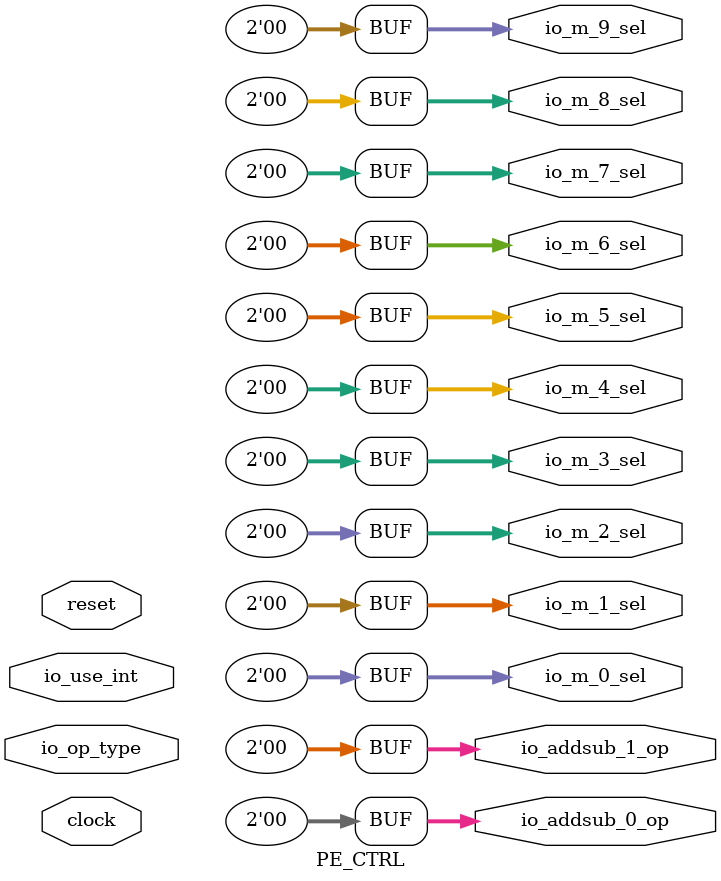
<source format=v>
module PE_CTRL(
  input        clock,
  input        reset,
  input  [1:0] io_op_type,
  input        io_use_int,
  output [1:0] io_m_0_sel,
  output [1:0] io_m_1_sel,
  output [1:0] io_m_2_sel,
  output [1:0] io_m_3_sel,
  output [1:0] io_m_4_sel,
  output [1:0] io_m_5_sel,
  output [1:0] io_m_6_sel,
  output [1:0] io_m_7_sel,
  output [1:0] io_m_8_sel,
  output [1:0] io_m_9_sel,
  output [1:0] io_addsub_0_op,
  output [1:0] io_addsub_1_op
);
  assign io_m_0_sel = 2'h0; // @[PE_CTRL.scala 48:14]
  assign io_m_1_sel = 2'h0; // @[PE_CTRL.scala 49:14]
  assign io_m_2_sel = 2'h0; // @[PE_CTRL.scala 50:14]
  assign io_m_3_sel = 2'h0; // @[PE_CTRL.scala 51:14]
  assign io_m_4_sel = 2'h0; // @[PE_CTRL.scala 52:14]
  assign io_m_5_sel = 2'h0; // @[PE_CTRL.scala 53:14]
  assign io_m_6_sel = 2'h0; // @[PE_CTRL.scala 54:14]
  assign io_m_7_sel = 2'h0; // @[PE_CTRL.scala 55:14]
  assign io_m_8_sel = 2'h0; // @[PE_CTRL.scala 56:14]
  assign io_m_9_sel = 2'h0; // @[PE_CTRL.scala 57:14]
  assign io_addsub_0_op = 2'h0; // @[PE_CTRL.scala 65:18]
  assign io_addsub_1_op = 2'h0; // @[PE_CTRL.scala 66:18]
endmodule

</source>
